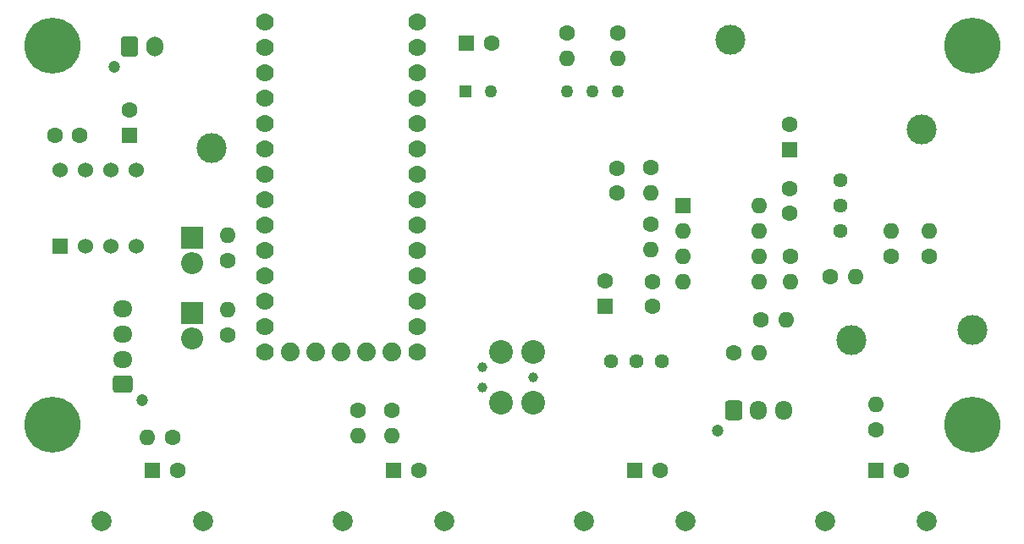
<source format=gbr>
%TF.GenerationSoftware,KiCad,Pcbnew,8.0.1*%
%TF.CreationDate,2024-06-14T16:00:13-04:00*%
%TF.ProjectId,odc-1.2,6f64632d-312e-4322-9e6b-696361645f70,1.2.1*%
%TF.SameCoordinates,Original*%
%TF.FileFunction,Soldermask,Bot*%
%TF.FilePolarity,Negative*%
%FSLAX46Y46*%
G04 Gerber Fmt 4.6, Leading zero omitted, Abs format (unit mm)*
G04 Created by KiCad (PCBNEW 8.0.1) date 2024-06-14 16:00:13*
%MOMM*%
%LPD*%
G01*
G04 APERTURE LIST*
G04 Aperture macros list*
%AMRoundRect*
0 Rectangle with rounded corners*
0 $1 Rounding radius*
0 $2 $3 $4 $5 $6 $7 $8 $9 X,Y pos of 4 corners*
0 Add a 4 corners polygon primitive as box body*
4,1,4,$2,$3,$4,$5,$6,$7,$8,$9,$2,$3,0*
0 Add four circle primitives for the rounded corners*
1,1,$1+$1,$2,$3*
1,1,$1+$1,$4,$5*
1,1,$1+$1,$6,$7*
1,1,$1+$1,$8,$9*
0 Add four rect primitives between the rounded corners*
20,1,$1+$1,$2,$3,$4,$5,0*
20,1,$1+$1,$4,$5,$6,$7,0*
20,1,$1+$1,$6,$7,$8,$9,0*
20,1,$1+$1,$8,$9,$2,$3,0*%
G04 Aperture macros list end*
%ADD10C,1.600000*%
%ADD11C,1.440000*%
%ADD12C,3.000000*%
%ADD13C,1.200000*%
%ADD14RoundRect,0.250000X0.725000X-0.600000X0.725000X0.600000X-0.725000X0.600000X-0.725000X-0.600000X0*%
%ADD15O,1.950000X1.700000*%
%ADD16O,1.600000X1.600000*%
%ADD17R,2.200000X2.200000*%
%ADD18O,2.200000X2.200000*%
%ADD19C,5.600000*%
%ADD20RoundRect,0.250000X-0.600000X-0.725000X0.600000X-0.725000X0.600000X0.725000X-0.600000X0.725000X0*%
%ADD21O,1.700000X1.950000*%
%ADD22C,2.000000*%
%ADD23RoundRect,0.102000X-0.699000X-0.699000X0.699000X-0.699000X0.699000X0.699000X-0.699000X0.699000X0*%
%ADD24C,1.602000*%
%ADD25C,2.374900*%
%ADD26C,0.990600*%
%ADD27R,1.524000X1.524000*%
%ADD28C,1.524000*%
%ADD29R,1.270000X1.270000*%
%ADD30C,1.270000*%
%ADD31R,1.600000X1.600000*%
%ADD32C,1.778000*%
%ADD33C,1.879600*%
%ADD34RoundRect,0.250000X-0.600000X-0.750000X0.600000X-0.750000X0.600000X0.750000X-0.600000X0.750000X0*%
%ADD35O,1.700000X2.000000*%
G04 APERTURE END LIST*
D10*
%TO.C,C4*%
X114008000Y-77630000D03*
X114008000Y-80130000D03*
%TD*%
%TO.C,C3*%
X127724000Y-70828000D03*
X127724000Y-68328000D03*
%TD*%
D11*
%TO.C,RV2*%
X132804000Y-72606000D03*
X132804000Y-70066000D03*
X132804000Y-67526000D03*
%TD*%
D12*
%TO.C,TP11*%
X69950000Y-64300000D03*
%TD*%
D13*
%TO.C,J6*%
X63000000Y-89500000D03*
D14*
X61000000Y-87900000D03*
D15*
X61000000Y-85400000D03*
X61000000Y-82900000D03*
X61000000Y-80400000D03*
%TD*%
D10*
%TO.C,C8*%
X110452000Y-66296000D03*
X110452000Y-68796000D03*
%TD*%
%TO.C,R2*%
X141694000Y-75146000D03*
D16*
X141694000Y-72606000D03*
%TD*%
D10*
%TO.C,R10*%
X66045000Y-93250000D03*
D16*
X63505000Y-93250000D03*
%TD*%
D12*
%TO.C,TP7*%
X121825000Y-53400000D03*
%TD*%
D10*
%TO.C,C1*%
X56750000Y-63000000D03*
X54250000Y-63000000D03*
%TD*%
%TO.C,R13*%
X105500000Y-52794000D03*
D16*
X105500000Y-55334000D03*
%TD*%
D17*
%TO.C,D2*%
X68000000Y-80750000D03*
D18*
X68000000Y-83290000D03*
%TD*%
D10*
%TO.C,R3*%
X113903000Y-66200000D03*
D16*
X113903000Y-68740000D03*
%TD*%
D19*
%TO.C,H2*%
X146000000Y-54000000D03*
%TD*%
D10*
%TO.C,R11*%
X71500000Y-75500000D03*
D16*
X71500000Y-72960000D03*
%TD*%
D13*
%TO.C,SW1*%
X120533000Y-92513000D03*
D20*
X122133000Y-90513000D03*
D21*
X124633000Y-90513000D03*
X127133000Y-90513000D03*
%TD*%
D12*
%TO.C,TP6*%
X146012000Y-82512000D03*
%TD*%
D22*
%TO.C,J1*%
X83044082Y-101600000D03*
X93204082Y-101600000D03*
D23*
X88124082Y-96520000D03*
D24*
X90664082Y-96520000D03*
%TD*%
D25*
%TO.C,J7*%
X102075000Y-89756000D03*
D26*
X102075000Y-87216000D03*
D25*
X102075000Y-84676000D03*
X98900000Y-89756000D03*
X98900000Y-84676000D03*
D26*
X96995000Y-88232000D03*
X96995000Y-86200000D03*
%TD*%
D22*
%TO.C,J4*%
X58920000Y-101600000D03*
X69080000Y-101600000D03*
D23*
X64000000Y-96520000D03*
D24*
X66540000Y-96520000D03*
%TD*%
D19*
%TO.C,H1*%
X146000000Y-92000000D03*
%TD*%
D27*
%TO.C,U1*%
X54750000Y-74120000D03*
D28*
X57290000Y-74120000D03*
X59830000Y-74120000D03*
X62370000Y-74120000D03*
X62370000Y-66500000D03*
X59830000Y-66500000D03*
X57290000Y-66500000D03*
X54750000Y-66500000D03*
%TD*%
D10*
%TO.C,R15*%
X122136000Y-84798000D03*
D16*
X124676000Y-84798000D03*
%TD*%
D19*
%TO.C,H4*%
X54000000Y-92000000D03*
%TD*%
D10*
%TO.C,R8*%
X88000000Y-90500000D03*
D16*
X88000000Y-93040000D03*
%TD*%
D29*
%TO.C,U3*%
X95350000Y-58600000D03*
D30*
X97890000Y-58600000D03*
X105510000Y-58600000D03*
X108050000Y-58600000D03*
X110590000Y-58600000D03*
%TD*%
D31*
%TO.C,C7*%
X109309000Y-80099000D03*
D10*
X109309000Y-77599000D03*
%TD*%
D22*
%TO.C,J2*%
X107168164Y-101600000D03*
X117328164Y-101600000D03*
D23*
X112248164Y-96520000D03*
D24*
X114788164Y-96520000D03*
%TD*%
D10*
%TO.C,R1*%
X137884000Y-75146000D03*
D16*
X137884000Y-72606000D03*
%TD*%
D31*
%TO.C,C5*%
X95415200Y-53810000D03*
D10*
X97915200Y-53810000D03*
%TD*%
D17*
%TO.C,D1*%
X68000000Y-73250000D03*
D18*
X68000000Y-75790000D03*
%TD*%
D10*
%TO.C,R5*%
X127873000Y-75090000D03*
D16*
X127873000Y-77630000D03*
%TD*%
D19*
%TO.C,H3*%
X54000000Y-54000000D03*
%TD*%
D10*
%TO.C,R12*%
X71500000Y-83000000D03*
D16*
X71500000Y-80460000D03*
%TD*%
D31*
%TO.C,C6*%
X127724000Y-64413112D03*
D10*
X127724000Y-61913112D03*
%TD*%
D12*
%TO.C,TP1*%
X140932000Y-62446000D03*
%TD*%
D10*
%TO.C,R16*%
X131788000Y-77178000D03*
D16*
X134328000Y-77178000D03*
%TD*%
D22*
%TO.C,J3*%
X131292246Y-101600000D03*
X141452246Y-101600000D03*
D23*
X136372246Y-96520000D03*
D24*
X138912246Y-96520000D03*
%TD*%
D12*
%TO.C,TP4*%
X133900000Y-83475000D03*
%TD*%
D10*
%TO.C,R9*%
X84571000Y-90500000D03*
D16*
X84571000Y-93040000D03*
%TD*%
D32*
%TO.C,J5*%
X75260000Y-51660000D03*
X75260000Y-54200000D03*
X75260000Y-56740000D03*
X75260000Y-59280000D03*
X75260000Y-61820000D03*
X75260000Y-64360000D03*
X75260000Y-66900000D03*
X75260000Y-69440000D03*
X75260000Y-71980000D03*
X75260000Y-74520000D03*
X75260000Y-77060000D03*
X75260000Y-79600000D03*
X75260000Y-82140000D03*
X75260000Y-84680000D03*
X90500000Y-84680000D03*
X90500000Y-82140000D03*
X90500000Y-79600000D03*
X90500000Y-77060000D03*
X90500000Y-74520000D03*
X90500000Y-71980000D03*
X90500000Y-69440000D03*
X90500000Y-66900000D03*
X90500000Y-64360000D03*
X90500000Y-61820000D03*
X90500000Y-59280000D03*
X90500000Y-56740000D03*
X90500000Y-54200000D03*
X90500001Y-51659999D03*
D33*
X77800000Y-84680000D03*
X80340000Y-84680000D03*
X82880000Y-84680000D03*
X85420000Y-84680000D03*
X87960000Y-84680000D03*
%TD*%
D10*
%TO.C,R14*%
X110580000Y-52794000D03*
D16*
X110580000Y-55334000D03*
%TD*%
D13*
%TO.C,SW2*%
X60150000Y-56150000D03*
D34*
X61750000Y-54150000D03*
D35*
X64250000Y-54150000D03*
%TD*%
D10*
%TO.C,R7*%
X136360000Y-92480000D03*
D16*
X136360000Y-89940000D03*
%TD*%
D11*
%TO.C,RV1*%
X114935000Y-85600000D03*
X112395000Y-85600000D03*
X109855000Y-85600000D03*
%TD*%
D10*
%TO.C,R4*%
X113903000Y-71915000D03*
D16*
X113903000Y-74455000D03*
%TD*%
D31*
%TO.C,U2*%
X117088000Y-70020000D03*
D16*
X117088000Y-72560000D03*
X117088000Y-75100000D03*
X117088000Y-77640000D03*
X124708000Y-77640000D03*
X124708000Y-75100000D03*
X124708000Y-72560000D03*
X124708000Y-70020000D03*
%TD*%
D10*
%TO.C,R6*%
X124901000Y-81496000D03*
D16*
X127441000Y-81496000D03*
%TD*%
D31*
%TO.C,C2*%
X61750000Y-63000000D03*
D10*
X61750000Y-60500000D03*
%TD*%
M02*

</source>
